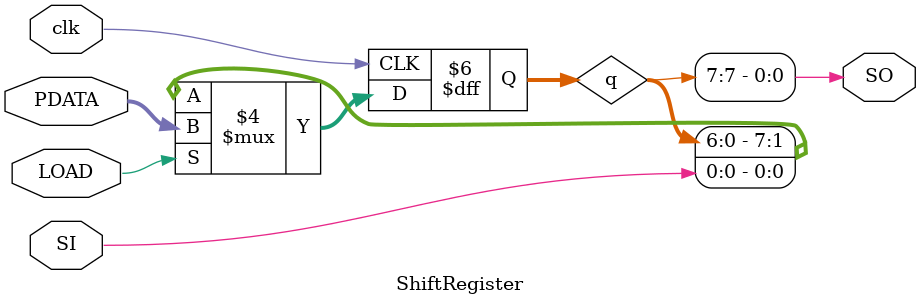
<source format=v>


`timescale 1ns / 100ps

module ShiftRegister #(parameter [7:0] INIT = 8'h00) ( 

   input  wire clk,
   input  wire SI,                  // serial-in
   input  wire [7:0] PDATA,         // 8-bit parallel-data
   input  wire LOAD,                // load 1, shift 0
   output wire SO                   // serial-out

   ) ;



   // startup value
   reg [7:0] q = INIT ;            // this works also on FPGA thanks to the Global Set/Reset (GSR) when firmware is downloaded !

   always @(posedge clk) begin

      // load mode
      if(LOAD) begin
         q <= PDATA ;
      end

      // shift-mode otherwise
      else begin
         q[7:0] <= { q[6:0] , SI } ;     // shift-left using concatenation

         // **NOTE: this is equivalent to :
         // q[0] <= SI ;
         // q[1] <= q[0] ;
         // q[2] <= q[1] ;
         // ...
         // ...
         // q[7] <= q[6] ;

      end   // if
   end   // always


   // assign the MSB to serial-out
   assign SO = q[7] ;

endmodule


</source>
